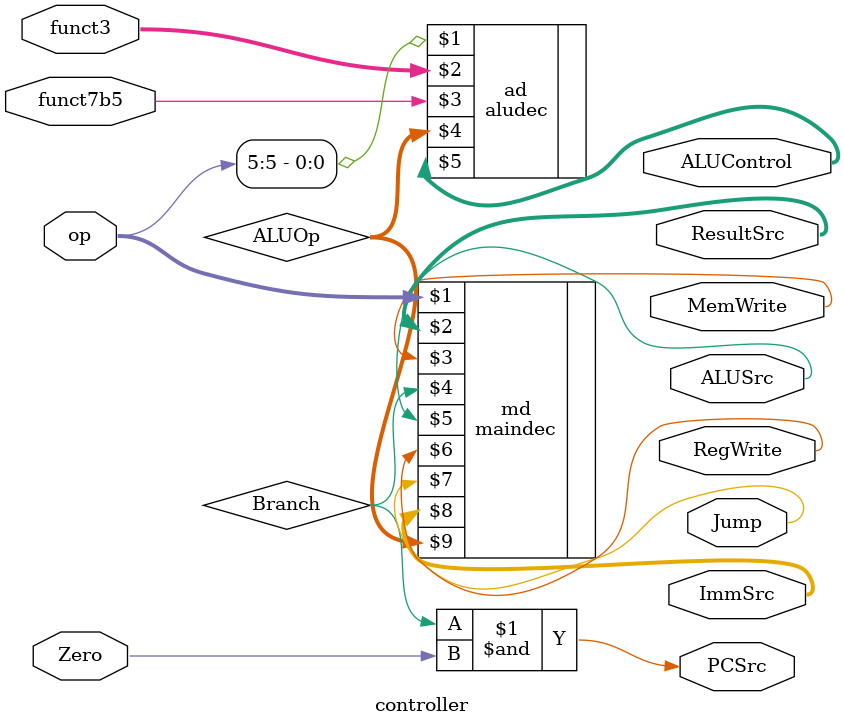
<source format=sv>
module controller(input  logic [6:0] op,
                  input  logic [2:0] funct3,
                  input  logic       funct7b5,
                  input  logic       Zero,
                  output logic [1:0] ResultSrc,
                  output logic       MemWrite,
                  output logic       PCSrc, ALUSrc,
                  output logic       RegWrite, Jump,
                  output logic [1:0] ImmSrc,
                  output logic [2:0] ALUControl);

  logic [1:0] ALUOp;
  logic       Branch;

  maindec md(op, ResultSrc, MemWrite, Branch,
             ALUSrc, RegWrite, Jump, ImmSrc, ALUOp);
  aludec  ad(op[5], funct3, funct7b5, ALUOp, ALUControl);

  assign PCSrc = Branch & Zero;
endmodule
</source>
